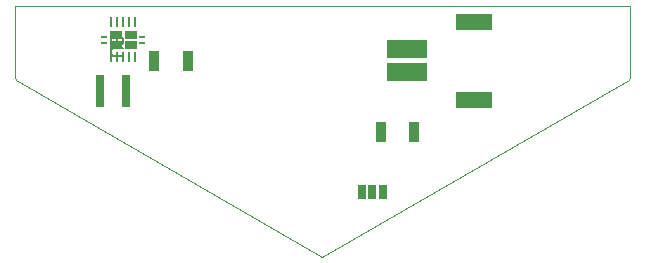
<source format=gbp>
G04*
G04 #@! TF.GenerationSoftware,Altium Limited,Altium Designer,22.4.2 (48)*
G04*
G04 Layer_Color=128*
%FSLAX25Y25*%
%MOIN*%
G70*
G04*
G04 #@! TF.SameCoordinates,9DE54F71-11C6-4998-B53C-E160C00813D1*
G04*
G04*
G04 #@! TF.FilePolarity,Positive*
G04*
G01*
G75*
%ADD11C,0.00787*%
%ADD14C,0.00004*%
%ADD61R,0.03150X0.10630*%
%ADD62R,0.03740X0.06693*%
%ADD65R,0.13386X0.05906*%
%ADD66R,0.12205X0.05512*%
%ADD67R,0.02500X0.05000*%
%ADD68R,0.03740X0.06693*%
%ADD81R,0.04134X0.02677*%
%ADD82R,0.01969X0.01024*%
G04:AMPARAMS|DCode=83|XSize=9.06mil|YSize=31.5mil|CornerRadius=1mil|HoleSize=0mil|Usage=FLASHONLY|Rotation=0.000|XOffset=0mil|YOffset=0mil|HoleType=Round|Shape=RoundedRectangle|*
%AMROUNDEDRECTD83*
21,1,0.00906,0.02950,0,0,0.0*
21,1,0.00706,0.03150,0,0,0.0*
1,1,0.00200,0.00353,-0.01475*
1,1,0.00200,-0.00353,-0.01475*
1,1,0.00200,-0.00353,0.01475*
1,1,0.00200,0.00353,0.01475*
%
%ADD83ROUNDEDRECTD83*%
D11*
X90999Y85693D02*
X87719D01*
X87063Y86349D01*
Y87661D01*
X87719Y88317D01*
X90999D01*
X90343Y89629D02*
X90999Y90285D01*
Y91597D01*
X90343Y92252D01*
X89687D01*
X89031Y91597D01*
Y90941D01*
Y91597D01*
X88375Y92252D01*
X87719D01*
X87063Y91597D01*
Y90285D01*
X87719Y89629D01*
D14*
X55404Y77680D02*
X157480Y18898D01*
X259557Y77679D01*
X259842Y78740D01*
Y102362D01*
X55118Y102362D02*
X259842Y102362D01*
X55118Y78740D02*
Y102362D01*
Y78740D02*
X55404Y77680D01*
D61*
X91831Y74000D02*
D03*
X83169D02*
D03*
D62*
X112512Y84000D02*
D03*
X101488D02*
D03*
D65*
X185756Y80315D02*
D03*
X185756Y88189D02*
D03*
D66*
X208000Y71260D02*
D03*
X208000Y97244D02*
D03*
D67*
X170500Y40500D02*
D03*
X174000D02*
D03*
X177500D02*
D03*
D68*
X188012Y60500D02*
D03*
X176988D02*
D03*
D81*
X88562Y89421D02*
D03*
Y92965D02*
D03*
X93562D02*
D03*
Y89421D02*
D03*
D82*
X84645Y90209D02*
D03*
Y92177D02*
D03*
X97480D02*
D03*
Y90209D02*
D03*
D83*
X95000Y97000D02*
D03*
X93032D02*
D03*
X91063D02*
D03*
X89095D02*
D03*
X87126D02*
D03*
Y85386D02*
D03*
X89095D02*
D03*
X91063D02*
D03*
X93032D02*
D03*
X95000D02*
D03*
M02*

</source>
